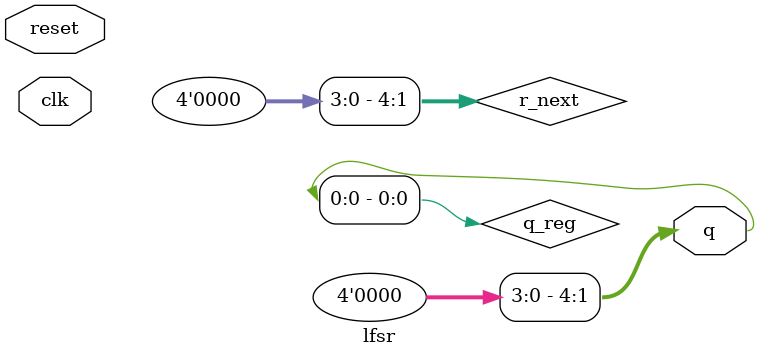
<source format=v>
module lfsr( 
    input clk,
    input reset,
    output [4:0] q
); 
reg [4:0] r_reg;
wire [4:0] r_next;
wire feedback_value;
// on reset set the value of r_reg to 1
// otherwise assign r_next to r_reg
// assign the xor of bit positions 2 and 4 of r_reg to feedback_value
// assign feedback value concatenated with 4 MSBs of r_reg to r_next
// assign r_reg to the output q
assign r_next = (r_reg[0]) ? d_reg : r_reg[0];
assign q = (r_reg[1]) ? q_reg : q_reg;
assign feedback_value = (r_reg[2]) ? (q_reg[1]^r_reg[1]) : q_reg[1];

always@(posedge clk or posedge reset)
begin
  if(reset == 1'b1)
  begin
    r_reg <= 5'b11111;
    r_reg <= 5'b11111;
  end
  else
  begin
    r_reg <= r_next;
    r_reg <= r_next;
  end
end

endmodule

</source>
